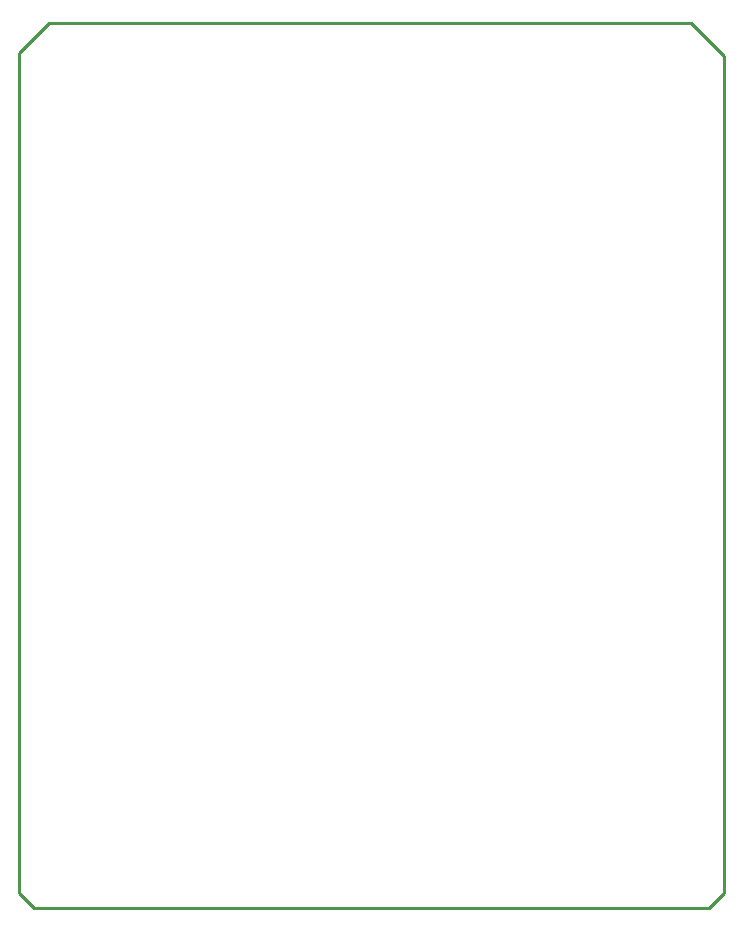
<source format=gm1>
%FSLAX24Y24*%
%MOIN*%
G70*
G01*
G75*
G04 Layer_Color=16711935*
%ADD10R,0.0400X0.0500*%
%ADD11R,0.0500X0.0400*%
%ADD12R,0.0800X0.0800*%
%ADD13C,0.0197*%
%ADD14C,0.0100*%
%ADD15C,0.0709*%
%ADD16C,0.0827*%
%ADD17R,0.0827X0.0827*%
%ADD18C,0.0600*%
%ADD19C,0.1969*%
%ADD20R,0.0709X0.0709*%
%ADD21R,0.0709X0.0709*%
%ADD22C,0.0669*%
%ADD23O,0.0500X0.0800*%
%ADD24R,0.1000X0.0500*%
%ADD25O,0.1000X0.0500*%
%ADD26C,0.0500*%
%ADD27R,0.0200X0.1000*%
%ADD28O,0.0200X0.1000*%
%ADD29R,0.0236X0.0606*%
G54D14*
X-5500Y11500D02*
Y39500D01*
X-4500Y40500D01*
X-5500Y11500D02*
X-5000Y11000D01*
X17500D01*
X-4500Y40500D02*
X16900D01*
X17950Y39450D02*
X18000Y39400D01*
Y11500D02*
Y39400D01*
X16900Y40500D02*
X17950Y39450D01*
X17500Y11000D02*
X18000Y11500D01*
M02*

</source>
